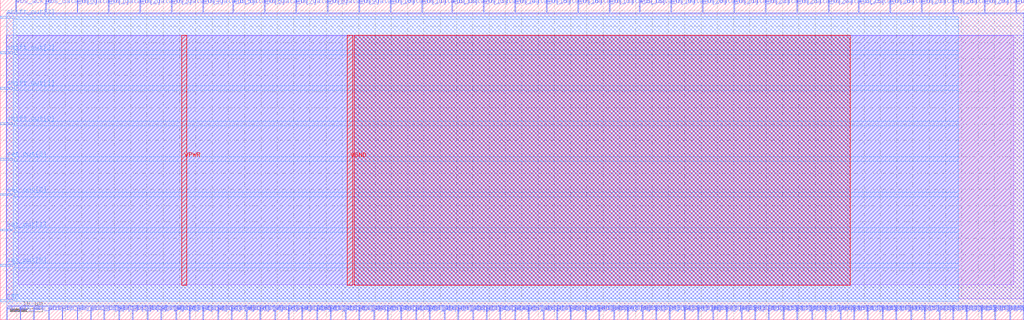
<source format=lef>
VERSION 5.7 ;
  NOWIREEXTENSIONATPIN ON ;
  DIVIDERCHAR "/" ;
  BUSBITCHARS "[]" ;
MACRO wishbone_configuratorinator_00
  CLASS BLOCK ;
  FOREIGN wishbone_configuratorinator_00 ;
  ORIGIN 0.000 0.000 ;
  SIZE 314.110 BY 98.175 ;
  PIN cen
    DIRECTION OUTPUT TRISTATE ;
    PORT
      LAYER met3 ;
        RECT 0.000 5.480 4.000 6.080 ;
    END
  END cen
  PIN set_out[0]
    DIRECTION OUTPUT TRISTATE ;
    PORT
      LAYER met3 ;
        RECT 0.000 16.360 4.000 16.960 ;
    END
  END set_out[0]
  PIN set_out[1]
    DIRECTION OUTPUT TRISTATE ;
    PORT
      LAYER met3 ;
        RECT 0.000 27.240 4.000 27.840 ;
    END
  END set_out[1]
  PIN set_out[2]
    DIRECTION OUTPUT TRISTATE ;
    PORT
      LAYER met3 ;
        RECT 0.000 38.120 4.000 38.720 ;
    END
  END set_out[2]
  PIN set_out[3]
    DIRECTION OUTPUT TRISTATE ;
    PORT
      LAYER met3 ;
        RECT 0.000 49.000 4.000 49.600 ;
    END
  END set_out[3]
  PIN shift_out[0]
    DIRECTION OUTPUT TRISTATE ;
    PORT
      LAYER met3 ;
        RECT 0.000 59.880 4.000 60.480 ;
    END
  END shift_out[0]
  PIN shift_out[1]
    DIRECTION OUTPUT TRISTATE ;
    PORT
      LAYER met3 ;
        RECT 0.000 70.760 4.000 71.360 ;
    END
  END shift_out[1]
  PIN shift_out[2]
    DIRECTION OUTPUT TRISTATE ;
    PORT
      LAYER met3 ;
        RECT 0.000 81.640 4.000 82.240 ;
    END
  END shift_out[2]
  PIN shift_out[3]
    DIRECTION OUTPUT TRISTATE ;
    PORT
      LAYER met3 ;
        RECT 0.000 92.520 4.000 93.120 ;
    END
  END shift_out[3]
  PIN wb_clk_i
    DIRECTION INPUT ;
    PORT
      LAYER met2 ;
        RECT 1.930 0.000 2.210 4.000 ;
    END
  END wb_clk_i
  PIN wb_rst_i
    DIRECTION INPUT ;
    PORT
      LAYER met2 ;
        RECT 6.070 0.000 6.350 4.000 ;
    END
  END wb_rst_i
  PIN wbs_ack_o
    DIRECTION OUTPUT TRISTATE ;
    PORT
      LAYER met2 ;
        RECT 4.690 94.175 4.970 98.175 ;
    END
  END wbs_ack_o
  PIN wbs_addr_i[0]
    DIRECTION INPUT ;
    PORT
      LAYER met2 ;
        RECT 179.490 0.000 179.770 4.000 ;
    END
  END wbs_addr_i[0]
  PIN wbs_addr_i[10]
    DIRECTION INPUT ;
    PORT
      LAYER met2 ;
        RECT 222.730 0.000 223.010 4.000 ;
    END
  END wbs_addr_i[10]
  PIN wbs_addr_i[11]
    DIRECTION INPUT ;
    PORT
      LAYER met2 ;
        RECT 227.330 0.000 227.610 4.000 ;
    END
  END wbs_addr_i[11]
  PIN wbs_addr_i[12]
    DIRECTION INPUT ;
    PORT
      LAYER met2 ;
        RECT 231.470 0.000 231.750 4.000 ;
    END
  END wbs_addr_i[12]
  PIN wbs_addr_i[13]
    DIRECTION INPUT ;
    PORT
      LAYER met2 ;
        RECT 235.610 0.000 235.890 4.000 ;
    END
  END wbs_addr_i[13]
  PIN wbs_addr_i[14]
    DIRECTION INPUT ;
    PORT
      LAYER met2 ;
        RECT 240.210 0.000 240.490 4.000 ;
    END
  END wbs_addr_i[14]
  PIN wbs_addr_i[15]
    DIRECTION INPUT ;
    PORT
      LAYER met2 ;
        RECT 244.350 0.000 244.630 4.000 ;
    END
  END wbs_addr_i[15]
  PIN wbs_addr_i[16]
    DIRECTION INPUT ;
    PORT
      LAYER met2 ;
        RECT 248.950 0.000 249.230 4.000 ;
    END
  END wbs_addr_i[16]
  PIN wbs_addr_i[17]
    DIRECTION INPUT ;
    PORT
      LAYER met2 ;
        RECT 253.090 0.000 253.370 4.000 ;
    END
  END wbs_addr_i[17]
  PIN wbs_addr_i[18]
    DIRECTION INPUT ;
    PORT
      LAYER met2 ;
        RECT 257.690 0.000 257.970 4.000 ;
    END
  END wbs_addr_i[18]
  PIN wbs_addr_i[19]
    DIRECTION INPUT ;
    PORT
      LAYER met2 ;
        RECT 261.830 0.000 262.110 4.000 ;
    END
  END wbs_addr_i[19]
  PIN wbs_addr_i[1]
    DIRECTION INPUT ;
    PORT
      LAYER met2 ;
        RECT 183.630 0.000 183.910 4.000 ;
    END
  END wbs_addr_i[1]
  PIN wbs_addr_i[20]
    DIRECTION INPUT ;
    PORT
      LAYER met2 ;
        RECT 265.970 0.000 266.250 4.000 ;
    END
  END wbs_addr_i[20]
  PIN wbs_addr_i[21]
    DIRECTION INPUT ;
    PORT
      LAYER met2 ;
        RECT 270.570 0.000 270.850 4.000 ;
    END
  END wbs_addr_i[21]
  PIN wbs_addr_i[22]
    DIRECTION INPUT ;
    PORT
      LAYER met2 ;
        RECT 274.710 0.000 274.990 4.000 ;
    END
  END wbs_addr_i[22]
  PIN wbs_addr_i[23]
    DIRECTION INPUT ;
    PORT
      LAYER met2 ;
        RECT 279.310 0.000 279.590 4.000 ;
    END
  END wbs_addr_i[23]
  PIN wbs_addr_i[24]
    DIRECTION INPUT ;
    PORT
      LAYER met2 ;
        RECT 283.450 0.000 283.730 4.000 ;
    END
  END wbs_addr_i[24]
  PIN wbs_addr_i[25]
    DIRECTION INPUT ;
    PORT
      LAYER met2 ;
        RECT 288.050 0.000 288.330 4.000 ;
    END
  END wbs_addr_i[25]
  PIN wbs_addr_i[26]
    DIRECTION INPUT ;
    PORT
      LAYER met2 ;
        RECT 292.190 0.000 292.470 4.000 ;
    END
  END wbs_addr_i[26]
  PIN wbs_addr_i[27]
    DIRECTION INPUT ;
    PORT
      LAYER met2 ;
        RECT 296.330 0.000 296.610 4.000 ;
    END
  END wbs_addr_i[27]
  PIN wbs_addr_i[28]
    DIRECTION INPUT ;
    PORT
      LAYER met2 ;
        RECT 300.930 0.000 301.210 4.000 ;
    END
  END wbs_addr_i[28]
  PIN wbs_addr_i[29]
    DIRECTION INPUT ;
    PORT
      LAYER met2 ;
        RECT 305.070 0.000 305.350 4.000 ;
    END
  END wbs_addr_i[29]
  PIN wbs_addr_i[2]
    DIRECTION INPUT ;
    PORT
      LAYER met2 ;
        RECT 188.230 0.000 188.510 4.000 ;
    END
  END wbs_addr_i[2]
  PIN wbs_addr_i[30]
    DIRECTION INPUT ;
    PORT
      LAYER met2 ;
        RECT 309.670 0.000 309.950 4.000 ;
    END
  END wbs_addr_i[30]
  PIN wbs_addr_i[31]
    DIRECTION INPUT ;
    PORT
      LAYER met2 ;
        RECT 313.810 0.000 314.090 4.000 ;
    END
  END wbs_addr_i[31]
  PIN wbs_addr_i[3]
    DIRECTION INPUT ;
    PORT
      LAYER met2 ;
        RECT 192.370 0.000 192.650 4.000 ;
    END
  END wbs_addr_i[3]
  PIN wbs_addr_i[4]
    DIRECTION INPUT ;
    PORT
      LAYER met2 ;
        RECT 196.970 0.000 197.250 4.000 ;
    END
  END wbs_addr_i[4]
  PIN wbs_addr_i[5]
    DIRECTION INPUT ;
    PORT
      LAYER met2 ;
        RECT 201.110 0.000 201.390 4.000 ;
    END
  END wbs_addr_i[5]
  PIN wbs_addr_i[6]
    DIRECTION INPUT ;
    PORT
      LAYER met2 ;
        RECT 205.250 0.000 205.530 4.000 ;
    END
  END wbs_addr_i[6]
  PIN wbs_addr_i[7]
    DIRECTION INPUT ;
    PORT
      LAYER met2 ;
        RECT 209.850 0.000 210.130 4.000 ;
    END
  END wbs_addr_i[7]
  PIN wbs_addr_i[8]
    DIRECTION INPUT ;
    PORT
      LAYER met2 ;
        RECT 213.990 0.000 214.270 4.000 ;
    END
  END wbs_addr_i[8]
  PIN wbs_addr_i[9]
    DIRECTION INPUT ;
    PORT
      LAYER met2 ;
        RECT 218.590 0.000 218.870 4.000 ;
    END
  END wbs_addr_i[9]
  PIN wbs_cyc_i
    DIRECTION INPUT ;
    PORT
      LAYER met2 ;
        RECT 14.810 0.000 15.090 4.000 ;
    END
  END wbs_cyc_i
  PIN wbs_data_i[0]
    DIRECTION INPUT ;
    PORT
      LAYER met2 ;
        RECT 40.570 0.000 40.850 4.000 ;
    END
  END wbs_data_i[0]
  PIN wbs_data_i[10]
    DIRECTION INPUT ;
    PORT
      LAYER met2 ;
        RECT 84.270 0.000 84.550 4.000 ;
    END
  END wbs_data_i[10]
  PIN wbs_data_i[11]
    DIRECTION INPUT ;
    PORT
      LAYER met2 ;
        RECT 88.410 0.000 88.690 4.000 ;
    END
  END wbs_data_i[11]
  PIN wbs_data_i[12]
    DIRECTION INPUT ;
    PORT
      LAYER met2 ;
        RECT 92.550 0.000 92.830 4.000 ;
    END
  END wbs_data_i[12]
  PIN wbs_data_i[13]
    DIRECTION INPUT ;
    PORT
      LAYER met2 ;
        RECT 97.150 0.000 97.430 4.000 ;
    END
  END wbs_data_i[13]
  PIN wbs_data_i[14]
    DIRECTION INPUT ;
    PORT
      LAYER met2 ;
        RECT 101.290 0.000 101.570 4.000 ;
    END
  END wbs_data_i[14]
  PIN wbs_data_i[15]
    DIRECTION INPUT ;
    PORT
      LAYER met2 ;
        RECT 105.890 0.000 106.170 4.000 ;
    END
  END wbs_data_i[15]
  PIN wbs_data_i[16]
    DIRECTION INPUT ;
    PORT
      LAYER met2 ;
        RECT 110.030 0.000 110.310 4.000 ;
    END
  END wbs_data_i[16]
  PIN wbs_data_i[17]
    DIRECTION INPUT ;
    PORT
      LAYER met2 ;
        RECT 114.630 0.000 114.910 4.000 ;
    END
  END wbs_data_i[17]
  PIN wbs_data_i[18]
    DIRECTION INPUT ;
    PORT
      LAYER met2 ;
        RECT 118.770 0.000 119.050 4.000 ;
    END
  END wbs_data_i[18]
  PIN wbs_data_i[19]
    DIRECTION INPUT ;
    PORT
      LAYER met2 ;
        RECT 122.910 0.000 123.190 4.000 ;
    END
  END wbs_data_i[19]
  PIN wbs_data_i[1]
    DIRECTION INPUT ;
    PORT
      LAYER met2 ;
        RECT 45.170 0.000 45.450 4.000 ;
    END
  END wbs_data_i[1]
  PIN wbs_data_i[20]
    DIRECTION INPUT ;
    PORT
      LAYER met2 ;
        RECT 127.510 0.000 127.790 4.000 ;
    END
  END wbs_data_i[20]
  PIN wbs_data_i[21]
    DIRECTION INPUT ;
    PORT
      LAYER met2 ;
        RECT 131.650 0.000 131.930 4.000 ;
    END
  END wbs_data_i[21]
  PIN wbs_data_i[22]
    DIRECTION INPUT ;
    PORT
      LAYER met2 ;
        RECT 136.250 0.000 136.530 4.000 ;
    END
  END wbs_data_i[22]
  PIN wbs_data_i[23]
    DIRECTION INPUT ;
    PORT
      LAYER met2 ;
        RECT 140.390 0.000 140.670 4.000 ;
    END
  END wbs_data_i[23]
  PIN wbs_data_i[24]
    DIRECTION INPUT ;
    PORT
      LAYER met2 ;
        RECT 144.990 0.000 145.270 4.000 ;
    END
  END wbs_data_i[24]
  PIN wbs_data_i[25]
    DIRECTION INPUT ;
    PORT
      LAYER met2 ;
        RECT 149.130 0.000 149.410 4.000 ;
    END
  END wbs_data_i[25]
  PIN wbs_data_i[26]
    DIRECTION INPUT ;
    PORT
      LAYER met2 ;
        RECT 153.270 0.000 153.550 4.000 ;
    END
  END wbs_data_i[26]
  PIN wbs_data_i[27]
    DIRECTION INPUT ;
    PORT
      LAYER met2 ;
        RECT 157.870 0.000 158.150 4.000 ;
    END
  END wbs_data_i[27]
  PIN wbs_data_i[28]
    DIRECTION INPUT ;
    PORT
      LAYER met2 ;
        RECT 162.010 0.000 162.290 4.000 ;
    END
  END wbs_data_i[28]
  PIN wbs_data_i[29]
    DIRECTION INPUT ;
    PORT
      LAYER met2 ;
        RECT 166.610 0.000 166.890 4.000 ;
    END
  END wbs_data_i[29]
  PIN wbs_data_i[2]
    DIRECTION INPUT ;
    PORT
      LAYER met2 ;
        RECT 49.310 0.000 49.590 4.000 ;
    END
  END wbs_data_i[2]
  PIN wbs_data_i[30]
    DIRECTION INPUT ;
    PORT
      LAYER met2 ;
        RECT 170.750 0.000 171.030 4.000 ;
    END
  END wbs_data_i[30]
  PIN wbs_data_i[31]
    DIRECTION INPUT ;
    PORT
      LAYER met2 ;
        RECT 174.890 0.000 175.170 4.000 ;
    END
  END wbs_data_i[31]
  PIN wbs_data_i[3]
    DIRECTION INPUT ;
    PORT
      LAYER met2 ;
        RECT 53.910 0.000 54.190 4.000 ;
    END
  END wbs_data_i[3]
  PIN wbs_data_i[4]
    DIRECTION INPUT ;
    PORT
      LAYER met2 ;
        RECT 58.050 0.000 58.330 4.000 ;
    END
  END wbs_data_i[4]
  PIN wbs_data_i[5]
    DIRECTION INPUT ;
    PORT
      LAYER met2 ;
        RECT 62.190 0.000 62.470 4.000 ;
    END
  END wbs_data_i[5]
  PIN wbs_data_i[6]
    DIRECTION INPUT ;
    PORT
      LAYER met2 ;
        RECT 66.790 0.000 67.070 4.000 ;
    END
  END wbs_data_i[6]
  PIN wbs_data_i[7]
    DIRECTION INPUT ;
    PORT
      LAYER met2 ;
        RECT 70.930 0.000 71.210 4.000 ;
    END
  END wbs_data_i[7]
  PIN wbs_data_i[8]
    DIRECTION INPUT ;
    PORT
      LAYER met2 ;
        RECT 75.530 0.000 75.810 4.000 ;
    END
  END wbs_data_i[8]
  PIN wbs_data_i[9]
    DIRECTION INPUT ;
    PORT
      LAYER met2 ;
        RECT 79.670 0.000 79.950 4.000 ;
    END
  END wbs_data_i[9]
  PIN wbs_data_o[0]
    DIRECTION OUTPUT TRISTATE ;
    PORT
      LAYER met2 ;
        RECT 13.890 94.175 14.170 98.175 ;
    END
  END wbs_data_o[0]
  PIN wbs_data_o[10]
    DIRECTION OUTPUT TRISTATE ;
    PORT
      LAYER met2 ;
        RECT 110.030 94.175 110.310 98.175 ;
    END
  END wbs_data_o[10]
  PIN wbs_data_o[11]
    DIRECTION OUTPUT TRISTATE ;
    PORT
      LAYER met2 ;
        RECT 119.690 94.175 119.970 98.175 ;
    END
  END wbs_data_o[11]
  PIN wbs_data_o[12]
    DIRECTION OUTPUT TRISTATE ;
    PORT
      LAYER met2 ;
        RECT 129.350 94.175 129.630 98.175 ;
    END
  END wbs_data_o[12]
  PIN wbs_data_o[13]
    DIRECTION OUTPUT TRISTATE ;
    PORT
      LAYER met2 ;
        RECT 138.550 94.175 138.830 98.175 ;
    END
  END wbs_data_o[13]
  PIN wbs_data_o[14]
    DIRECTION OUTPUT TRISTATE ;
    PORT
      LAYER met2 ;
        RECT 148.210 94.175 148.490 98.175 ;
    END
  END wbs_data_o[14]
  PIN wbs_data_o[15]
    DIRECTION OUTPUT TRISTATE ;
    PORT
      LAYER met2 ;
        RECT 157.870 94.175 158.150 98.175 ;
    END
  END wbs_data_o[15]
  PIN wbs_data_o[16]
    DIRECTION OUTPUT TRISTATE ;
    PORT
      LAYER met2 ;
        RECT 167.530 94.175 167.810 98.175 ;
    END
  END wbs_data_o[16]
  PIN wbs_data_o[17]
    DIRECTION OUTPUT TRISTATE ;
    PORT
      LAYER met2 ;
        RECT 177.190 94.175 177.470 98.175 ;
    END
  END wbs_data_o[17]
  PIN wbs_data_o[18]
    DIRECTION OUTPUT TRISTATE ;
    PORT
      LAYER met2 ;
        RECT 186.850 94.175 187.130 98.175 ;
    END
  END wbs_data_o[18]
  PIN wbs_data_o[19]
    DIRECTION OUTPUT TRISTATE ;
    PORT
      LAYER met2 ;
        RECT 196.050 94.175 196.330 98.175 ;
    END
  END wbs_data_o[19]
  PIN wbs_data_o[1]
    DIRECTION OUTPUT TRISTATE ;
    PORT
      LAYER met2 ;
        RECT 23.550 94.175 23.830 98.175 ;
    END
  END wbs_data_o[1]
  PIN wbs_data_o[20]
    DIRECTION OUTPUT TRISTATE ;
    PORT
      LAYER met2 ;
        RECT 205.710 94.175 205.990 98.175 ;
    END
  END wbs_data_o[20]
  PIN wbs_data_o[21]
    DIRECTION OUTPUT TRISTATE ;
    PORT
      LAYER met2 ;
        RECT 215.370 94.175 215.650 98.175 ;
    END
  END wbs_data_o[21]
  PIN wbs_data_o[22]
    DIRECTION OUTPUT TRISTATE ;
    PORT
      LAYER met2 ;
        RECT 225.030 94.175 225.310 98.175 ;
    END
  END wbs_data_o[22]
  PIN wbs_data_o[23]
    DIRECTION OUTPUT TRISTATE ;
    PORT
      LAYER met2 ;
        RECT 234.690 94.175 234.970 98.175 ;
    END
  END wbs_data_o[23]
  PIN wbs_data_o[24]
    DIRECTION OUTPUT TRISTATE ;
    PORT
      LAYER met2 ;
        RECT 244.350 94.175 244.630 98.175 ;
    END
  END wbs_data_o[24]
  PIN wbs_data_o[25]
    DIRECTION OUTPUT TRISTATE ;
    PORT
      LAYER met2 ;
        RECT 254.010 94.175 254.290 98.175 ;
    END
  END wbs_data_o[25]
  PIN wbs_data_o[26]
    DIRECTION OUTPUT TRISTATE ;
    PORT
      LAYER met2 ;
        RECT 263.210 94.175 263.490 98.175 ;
    END
  END wbs_data_o[26]
  PIN wbs_data_o[27]
    DIRECTION OUTPUT TRISTATE ;
    PORT
      LAYER met2 ;
        RECT 272.870 94.175 273.150 98.175 ;
    END
  END wbs_data_o[27]
  PIN wbs_data_o[28]
    DIRECTION OUTPUT TRISTATE ;
    PORT
      LAYER met2 ;
        RECT 282.530 94.175 282.810 98.175 ;
    END
  END wbs_data_o[28]
  PIN wbs_data_o[29]
    DIRECTION OUTPUT TRISTATE ;
    PORT
      LAYER met2 ;
        RECT 292.190 94.175 292.470 98.175 ;
    END
  END wbs_data_o[29]
  PIN wbs_data_o[2]
    DIRECTION OUTPUT TRISTATE ;
    PORT
      LAYER met2 ;
        RECT 33.210 94.175 33.490 98.175 ;
    END
  END wbs_data_o[2]
  PIN wbs_data_o[30]
    DIRECTION OUTPUT TRISTATE ;
    PORT
      LAYER met2 ;
        RECT 301.850 94.175 302.130 98.175 ;
    END
  END wbs_data_o[30]
  PIN wbs_data_o[31]
    DIRECTION OUTPUT TRISTATE ;
    PORT
      LAYER met2 ;
        RECT 311.510 94.175 311.790 98.175 ;
    END
  END wbs_data_o[31]
  PIN wbs_data_o[3]
    DIRECTION OUTPUT TRISTATE ;
    PORT
      LAYER met2 ;
        RECT 42.870 94.175 43.150 98.175 ;
    END
  END wbs_data_o[3]
  PIN wbs_data_o[4]
    DIRECTION OUTPUT TRISTATE ;
    PORT
      LAYER met2 ;
        RECT 52.530 94.175 52.810 98.175 ;
    END
  END wbs_data_o[4]
  PIN wbs_data_o[5]
    DIRECTION OUTPUT TRISTATE ;
    PORT
      LAYER met2 ;
        RECT 62.190 94.175 62.470 98.175 ;
    END
  END wbs_data_o[5]
  PIN wbs_data_o[6]
    DIRECTION OUTPUT TRISTATE ;
    PORT
      LAYER met2 ;
        RECT 71.390 94.175 71.670 98.175 ;
    END
  END wbs_data_o[6]
  PIN wbs_data_o[7]
    DIRECTION OUTPUT TRISTATE ;
    PORT
      LAYER met2 ;
        RECT 81.050 94.175 81.330 98.175 ;
    END
  END wbs_data_o[7]
  PIN wbs_data_o[8]
    DIRECTION OUTPUT TRISTATE ;
    PORT
      LAYER met2 ;
        RECT 90.710 94.175 90.990 98.175 ;
    END
  END wbs_data_o[8]
  PIN wbs_data_o[9]
    DIRECTION OUTPUT TRISTATE ;
    PORT
      LAYER met2 ;
        RECT 100.370 94.175 100.650 98.175 ;
    END
  END wbs_data_o[9]
  PIN wbs_sel_i[0]
    DIRECTION INPUT ;
    PORT
      LAYER met2 ;
        RECT 23.550 0.000 23.830 4.000 ;
    END
  END wbs_sel_i[0]
  PIN wbs_sel_i[1]
    DIRECTION INPUT ;
    PORT
      LAYER met2 ;
        RECT 27.690 0.000 27.970 4.000 ;
    END
  END wbs_sel_i[1]
  PIN wbs_sel_i[2]
    DIRECTION INPUT ;
    PORT
      LAYER met2 ;
        RECT 31.830 0.000 32.110 4.000 ;
    END
  END wbs_sel_i[2]
  PIN wbs_sel_i[3]
    DIRECTION INPUT ;
    PORT
      LAYER met2 ;
        RECT 36.430 0.000 36.710 4.000 ;
    END
  END wbs_sel_i[3]
  PIN wbs_stb_i
    DIRECTION INPUT ;
    PORT
      LAYER met2 ;
        RECT 10.210 0.000 10.490 4.000 ;
    END
  END wbs_stb_i
  PIN wbs_we_i
    DIRECTION INPUT ;
    PORT
      LAYER met2 ;
        RECT 18.950 0.000 19.230 4.000 ;
    END
  END wbs_we_i
  PIN VPWR
    DIRECTION INPUT ;
    USE POWER ;
    PORT
      LAYER met4 ;
        RECT 55.625 10.640 57.225 87.280 ;
    END
  END VPWR
  PIN VGND
    DIRECTION INPUT ;
    USE GROUND ;
    PORT
      LAYER met4 ;
        RECT 106.535 10.640 108.135 87.280 ;
    END
  END VGND
  OBS
      LAYER li1 ;
        RECT 5.520 10.795 310.960 87.125 ;
      LAYER met1 ;
        RECT 1.910 6.500 314.110 87.280 ;
      LAYER met2 ;
        RECT 1.940 93.895 4.410 94.175 ;
        RECT 5.250 93.895 13.610 94.175 ;
        RECT 14.450 93.895 23.270 94.175 ;
        RECT 24.110 93.895 32.930 94.175 ;
        RECT 33.770 93.895 42.590 94.175 ;
        RECT 43.430 93.895 52.250 94.175 ;
        RECT 53.090 93.895 61.910 94.175 ;
        RECT 62.750 93.895 71.110 94.175 ;
        RECT 71.950 93.895 80.770 94.175 ;
        RECT 81.610 93.895 90.430 94.175 ;
        RECT 91.270 93.895 100.090 94.175 ;
        RECT 100.930 93.895 109.750 94.175 ;
        RECT 110.590 93.895 119.410 94.175 ;
        RECT 120.250 93.895 129.070 94.175 ;
        RECT 129.910 93.895 138.270 94.175 ;
        RECT 139.110 93.895 147.930 94.175 ;
        RECT 148.770 93.895 157.590 94.175 ;
        RECT 158.430 93.895 167.250 94.175 ;
        RECT 168.090 93.895 176.910 94.175 ;
        RECT 177.750 93.895 186.570 94.175 ;
        RECT 187.410 93.895 195.770 94.175 ;
        RECT 196.610 93.895 205.430 94.175 ;
        RECT 206.270 93.895 215.090 94.175 ;
        RECT 215.930 93.895 224.750 94.175 ;
        RECT 225.590 93.895 234.410 94.175 ;
        RECT 235.250 93.895 244.070 94.175 ;
        RECT 244.910 93.895 253.730 94.175 ;
        RECT 254.570 93.895 262.930 94.175 ;
        RECT 263.770 93.895 272.590 94.175 ;
        RECT 273.430 93.895 282.250 94.175 ;
        RECT 283.090 93.895 291.910 94.175 ;
        RECT 292.750 93.895 301.570 94.175 ;
        RECT 302.410 93.895 311.230 94.175 ;
        RECT 312.070 93.895 314.080 94.175 ;
        RECT 1.940 4.280 314.080 93.895 ;
        RECT 2.490 4.000 5.790 4.280 ;
        RECT 6.630 4.000 9.930 4.280 ;
        RECT 10.770 4.000 14.530 4.280 ;
        RECT 15.370 4.000 18.670 4.280 ;
        RECT 19.510 4.000 23.270 4.280 ;
        RECT 24.110 4.000 27.410 4.280 ;
        RECT 28.250 4.000 31.550 4.280 ;
        RECT 32.390 4.000 36.150 4.280 ;
        RECT 36.990 4.000 40.290 4.280 ;
        RECT 41.130 4.000 44.890 4.280 ;
        RECT 45.730 4.000 49.030 4.280 ;
        RECT 49.870 4.000 53.630 4.280 ;
        RECT 54.470 4.000 57.770 4.280 ;
        RECT 58.610 4.000 61.910 4.280 ;
        RECT 62.750 4.000 66.510 4.280 ;
        RECT 67.350 4.000 70.650 4.280 ;
        RECT 71.490 4.000 75.250 4.280 ;
        RECT 76.090 4.000 79.390 4.280 ;
        RECT 80.230 4.000 83.990 4.280 ;
        RECT 84.830 4.000 88.130 4.280 ;
        RECT 88.970 4.000 92.270 4.280 ;
        RECT 93.110 4.000 96.870 4.280 ;
        RECT 97.710 4.000 101.010 4.280 ;
        RECT 101.850 4.000 105.610 4.280 ;
        RECT 106.450 4.000 109.750 4.280 ;
        RECT 110.590 4.000 114.350 4.280 ;
        RECT 115.190 4.000 118.490 4.280 ;
        RECT 119.330 4.000 122.630 4.280 ;
        RECT 123.470 4.000 127.230 4.280 ;
        RECT 128.070 4.000 131.370 4.280 ;
        RECT 132.210 4.000 135.970 4.280 ;
        RECT 136.810 4.000 140.110 4.280 ;
        RECT 140.950 4.000 144.710 4.280 ;
        RECT 145.550 4.000 148.850 4.280 ;
        RECT 149.690 4.000 152.990 4.280 ;
        RECT 153.830 4.000 157.590 4.280 ;
        RECT 158.430 4.000 161.730 4.280 ;
        RECT 162.570 4.000 166.330 4.280 ;
        RECT 167.170 4.000 170.470 4.280 ;
        RECT 171.310 4.000 174.610 4.280 ;
        RECT 175.450 4.000 179.210 4.280 ;
        RECT 180.050 4.000 183.350 4.280 ;
        RECT 184.190 4.000 187.950 4.280 ;
        RECT 188.790 4.000 192.090 4.280 ;
        RECT 192.930 4.000 196.690 4.280 ;
        RECT 197.530 4.000 200.830 4.280 ;
        RECT 201.670 4.000 204.970 4.280 ;
        RECT 205.810 4.000 209.570 4.280 ;
        RECT 210.410 4.000 213.710 4.280 ;
        RECT 214.550 4.000 218.310 4.280 ;
        RECT 219.150 4.000 222.450 4.280 ;
        RECT 223.290 4.000 227.050 4.280 ;
        RECT 227.890 4.000 231.190 4.280 ;
        RECT 232.030 4.000 235.330 4.280 ;
        RECT 236.170 4.000 239.930 4.280 ;
        RECT 240.770 4.000 244.070 4.280 ;
        RECT 244.910 4.000 248.670 4.280 ;
        RECT 249.510 4.000 252.810 4.280 ;
        RECT 253.650 4.000 257.410 4.280 ;
        RECT 258.250 4.000 261.550 4.280 ;
        RECT 262.390 4.000 265.690 4.280 ;
        RECT 266.530 4.000 270.290 4.280 ;
        RECT 271.130 4.000 274.430 4.280 ;
        RECT 275.270 4.000 279.030 4.280 ;
        RECT 279.870 4.000 283.170 4.280 ;
        RECT 284.010 4.000 287.770 4.280 ;
        RECT 288.610 4.000 291.910 4.280 ;
        RECT 292.750 4.000 296.050 4.280 ;
        RECT 296.890 4.000 300.650 4.280 ;
        RECT 301.490 4.000 304.790 4.280 ;
        RECT 305.630 4.000 309.390 4.280 ;
        RECT 310.230 4.000 313.530 4.280 ;
      LAYER met3 ;
        RECT 4.400 92.120 293.875 92.985 ;
        RECT 4.000 82.640 293.875 92.120 ;
        RECT 4.400 81.240 293.875 82.640 ;
        RECT 4.000 71.760 293.875 81.240 ;
        RECT 4.400 70.360 293.875 71.760 ;
        RECT 4.000 60.880 293.875 70.360 ;
        RECT 4.400 59.480 293.875 60.880 ;
        RECT 4.000 50.000 293.875 59.480 ;
        RECT 4.400 48.600 293.875 50.000 ;
        RECT 4.000 39.120 293.875 48.600 ;
        RECT 4.400 37.720 293.875 39.120 ;
        RECT 4.000 28.240 293.875 37.720 ;
        RECT 4.400 26.840 293.875 28.240 ;
        RECT 4.000 17.360 293.875 26.840 ;
        RECT 4.400 15.960 293.875 17.360 ;
        RECT 4.000 6.480 293.875 15.960 ;
        RECT 4.400 5.615 293.875 6.480 ;
      LAYER met4 ;
        RECT 108.535 10.640 260.850 87.280 ;
  END
END wishbone_configuratorinator_00
END LIBRARY


</source>
